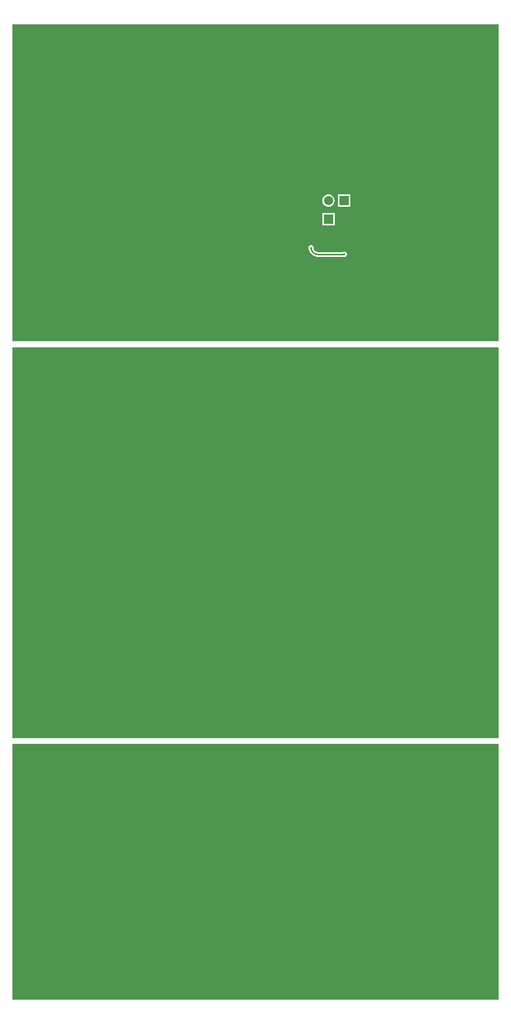
<source format=gbl>
G04*
G04 #@! TF.GenerationSoftware,Altium Limited,Altium Designer,20.0.9 (164)*
G04*
G04 Layer_Physical_Order=4*
G04 Layer_Color=16711680*
%FSLAX25Y25*%
%MOIN*%
G70*
G01*
G75*
%ADD13C,0.01000*%
%ADD38R,0.20000X0.09000*%
%ADD40R,0.09000X0.20000*%
%ADD43R,0.05906X0.05906*%
%ADD44C,0.05906*%
%ADD45C,0.00800*%
%ADD46C,0.01400*%
%ADD47C,0.01500*%
G36*
X314420Y541D02*
X541D01*
X541Y165354D01*
X314420D01*
X314420Y541D01*
D02*
G37*
G36*
X314420Y169291D02*
X541Y169291D01*
X541Y421260D01*
X314420Y421260D01*
X314420Y169291D01*
D02*
G37*
G36*
X314420Y425197D02*
X541D01*
X541Y629380D01*
X314420Y629380D01*
X314420Y425197D01*
D02*
G37*
%LPC*%
G36*
X218553Y519753D02*
X210647D01*
Y511847D01*
X218553D01*
Y519753D01*
D02*
G37*
G36*
X204600Y519787D02*
X203568Y519651D01*
X202607Y519253D01*
X201781Y518619D01*
X201147Y517793D01*
X200749Y516832D01*
X200613Y515800D01*
X200749Y514768D01*
X201147Y513807D01*
X201781Y512981D01*
X202607Y512347D01*
X203568Y511949D01*
X204600Y511813D01*
X205632Y511949D01*
X206593Y512347D01*
X207419Y512981D01*
X208053Y513807D01*
X208451Y514768D01*
X208587Y515800D01*
X208451Y516832D01*
X208053Y517793D01*
X207419Y518619D01*
X206593Y519253D01*
X205632Y519651D01*
X204600Y519787D01*
D02*
G37*
G36*
X208553Y507853D02*
X200647D01*
Y499947D01*
X208553D01*
Y507853D01*
D02*
G37*
G36*
X193400Y487033D02*
X192737Y486901D01*
X192174Y486526D01*
X191799Y485963D01*
X191667Y485300D01*
X191799Y484637D01*
X191972Y484377D01*
X192047Y483812D01*
X192621Y482425D01*
X193535Y481235D01*
X194725Y480321D01*
X196112Y479747D01*
X197600Y479551D01*
Y479571D01*
X214278D01*
X214800Y479467D01*
X215463Y479599D01*
X216026Y479974D01*
X216401Y480537D01*
X216533Y481200D01*
X216401Y481863D01*
X216026Y482426D01*
X215463Y482801D01*
X214800Y482933D01*
X214137Y482801D01*
X213879Y482629D01*
X197600D01*
X197593Y482628D01*
X196908Y482718D01*
X196264Y482985D01*
X195710Y483410D01*
X195285Y483964D01*
X195018Y484608D01*
X195009Y484676D01*
X195133Y485300D01*
X195001Y485963D01*
X194626Y486526D01*
X194063Y486901D01*
X193400Y487033D01*
D02*
G37*
%LPD*%
D13*
X214700Y481100D02*
G03*
X214800Y481200I0J100D01*
G01*
X193400Y485300D02*
G03*
X197600Y481100I4200J0D01*
G01*
X214700D01*
D38*
X304361Y460947D02*
D03*
Y495747D02*
D03*
X10600Y391416D02*
D03*
Y356616D02*
D03*
X304361D02*
D03*
Y391416D02*
D03*
X304361Y568616D02*
D03*
Y603416D02*
D03*
X10600Y603415D02*
D03*
Y568615D02*
D03*
X10600Y312676D02*
D03*
Y277876D02*
D03*
X304361Y199135D02*
D03*
Y233935D02*
D03*
X304361Y120395D02*
D03*
Y155195D02*
D03*
X304361Y61340D02*
D03*
Y96140D02*
D03*
X10600D02*
D03*
Y61340D02*
D03*
X304361Y277876D02*
D03*
Y312676D02*
D03*
X10600Y233935D02*
D03*
Y199135D02*
D03*
Y155195D02*
D03*
Y120395D02*
D03*
X10600Y495825D02*
D03*
Y461025D02*
D03*
D40*
X179450Y10600D02*
D03*
X214250D02*
D03*
X100710D02*
D03*
X135510D02*
D03*
D43*
X214600Y515800D02*
D03*
X204600Y503900D02*
D03*
D44*
Y515800D02*
D03*
X214600Y503900D02*
D03*
D45*
X312103Y481793D02*
D03*
X309303D02*
D03*
X306504Y481722D02*
D03*
X303722Y481404D02*
D03*
X300922D02*
D03*
X298122D02*
D03*
X295322D02*
D03*
X292522D02*
D03*
X289722D02*
D03*
X286922D02*
D03*
X284122D02*
D03*
X281322D02*
D03*
X278522D02*
D03*
X275722D02*
D03*
X272922D02*
D03*
X270122D02*
D03*
X267322D02*
D03*
X264522D02*
D03*
X266716Y475289D02*
D03*
X269516D02*
D03*
X272316D02*
D03*
X275116D02*
D03*
X277916D02*
D03*
X280716D02*
D03*
X283516D02*
D03*
X286316D02*
D03*
X289116D02*
D03*
X291916D02*
D03*
X294716D02*
D03*
X297516D02*
D03*
X300316D02*
D03*
X303116D02*
D03*
X305909Y475096D02*
D03*
X308702Y474899D02*
D03*
X311502D02*
D03*
X278553Y519288D02*
D03*
X276968Y516980D02*
D03*
X275952Y514371D02*
D03*
X275504Y511607D02*
D03*
X275442Y508808D02*
D03*
Y506007D02*
D03*
Y503207D02*
D03*
Y500408D02*
D03*
X275210Y497617D02*
D03*
X273958Y495113D02*
D03*
X271819Y493306D02*
D03*
X269140Y492491D02*
D03*
X266340Y492458D02*
D03*
X263557Y492150D02*
D03*
X263129Y483523D02*
D03*
X264407Y486015D02*
D03*
X267187Y486342D02*
D03*
X269985Y486465D02*
D03*
X272720Y487065D02*
D03*
X275245Y488274D02*
D03*
X277481Y489959D02*
D03*
X279286Y492100D02*
D03*
X280587Y494580D02*
D03*
X281350Y497273D02*
D03*
X281558Y500066D02*
D03*
Y502866D02*
D03*
Y505666D02*
D03*
Y508466D02*
D03*
X281564Y511266D02*
D03*
X282275Y513974D02*
D03*
X283850Y516289D02*
D03*
X283965Y519087D02*
D03*
X281712Y520748D02*
D03*
X253910Y515938D02*
D03*
X253471Y513173D02*
D03*
Y510373D02*
D03*
Y507573D02*
D03*
Y504773D02*
D03*
Y501973D02*
D03*
Y499173D02*
D03*
Y496373D02*
D03*
Y493573D02*
D03*
Y490773D02*
D03*
Y487973D02*
D03*
Y485173D02*
D03*
X259586Y490626D02*
D03*
Y493427D02*
D03*
Y496227D02*
D03*
Y499026D02*
D03*
Y501826D02*
D03*
Y504627D02*
D03*
Y507427D02*
D03*
Y510226D02*
D03*
Y513027D02*
D03*
X259230Y515804D02*
D03*
X256952Y517431D02*
D03*
X253371Y473338D02*
D03*
Y470538D02*
D03*
Y467738D02*
D03*
Y464938D02*
D03*
Y462138D02*
D03*
X253443Y459339D02*
D03*
X255026Y457030D02*
D03*
X257826Y457027D02*
D03*
X259413Y459334D02*
D03*
X259486Y462133D02*
D03*
Y464933D02*
D03*
Y467733D02*
D03*
Y470533D02*
D03*
D46*
X214800Y481200D02*
D03*
X193400Y485300D02*
D03*
X235200Y580200D02*
D03*
X243764Y582593D02*
D03*
X255164D02*
D03*
X266564D02*
D03*
X277964D02*
D03*
X289364D02*
D03*
X300764D02*
D03*
X309646Y589739D02*
D03*
X298250Y589438D02*
D03*
X286850D02*
D03*
X275450D02*
D03*
X264050D02*
D03*
X252650D02*
D03*
X241250D02*
D03*
X25419Y481848D02*
D03*
X14019D02*
D03*
X5137Y474702D02*
D03*
X16533Y475002D02*
D03*
X27933D02*
D03*
X122119Y377438D02*
D03*
X65119D02*
D03*
X181509Y370593D02*
D03*
X53719Y377438D02*
D03*
X110719D02*
D03*
X192909Y370593D02*
D03*
X10509D02*
D03*
X201919Y377438D02*
D03*
X133519D02*
D03*
X33309Y370593D02*
D03*
X144919Y377438D02*
D03*
X167719D02*
D03*
X78909Y370593D02*
D03*
X30919Y377438D02*
D03*
X179119D02*
D03*
X42319D02*
D03*
X170109Y370593D02*
D03*
X87919Y377438D02*
D03*
X156319D02*
D03*
X190519D02*
D03*
X113109Y370593D02*
D03*
X67509D02*
D03*
X44709D02*
D03*
X21909D02*
D03*
X213319Y377438D02*
D03*
X101709Y370593D02*
D03*
X90309D02*
D03*
X8123Y377736D02*
D03*
X19519Y377438D02*
D03*
X135909Y370593D02*
D03*
X99319Y377438D02*
D03*
X147309Y370593D02*
D03*
X204309D02*
D03*
X124509D02*
D03*
X56109D02*
D03*
X76519Y377438D02*
D03*
X158709Y370593D02*
D03*
X204326Y219958D02*
D03*
X192926D02*
D03*
X181526D02*
D03*
X170126D02*
D03*
X158726D02*
D03*
X147326D02*
D03*
X135926D02*
D03*
X124526D02*
D03*
X113126D02*
D03*
X101726D02*
D03*
X90326D02*
D03*
X78926D02*
D03*
X67526D02*
D03*
X56126D02*
D03*
X44726D02*
D03*
X33326D02*
D03*
X21926D02*
D03*
X10526D02*
D03*
X1644Y212812D02*
D03*
X13040Y213113D02*
D03*
X24440D02*
D03*
X35840D02*
D03*
X47240D02*
D03*
X58640D02*
D03*
X70040D02*
D03*
X81440D02*
D03*
X92840D02*
D03*
X104240D02*
D03*
X115640D02*
D03*
X127040D02*
D03*
X138440D02*
D03*
X149840D02*
D03*
X161240D02*
D03*
X172640D02*
D03*
X184040D02*
D03*
X195440D02*
D03*
X206840D02*
D03*
X204545Y298698D02*
D03*
X193145D02*
D03*
X181745D02*
D03*
X170345D02*
D03*
X158945D02*
D03*
X147545D02*
D03*
X136145D02*
D03*
X124745D02*
D03*
X113345D02*
D03*
X101945D02*
D03*
X90545D02*
D03*
X79145D02*
D03*
X67745D02*
D03*
X56345D02*
D03*
X44945D02*
D03*
X33545D02*
D03*
X22145D02*
D03*
X10745D02*
D03*
X1863Y291552D02*
D03*
X13259Y291853D02*
D03*
X24659D02*
D03*
X36059D02*
D03*
X47459D02*
D03*
X58859D02*
D03*
X70259D02*
D03*
X81659D02*
D03*
X93059D02*
D03*
X104459D02*
D03*
X115859D02*
D03*
X127259D02*
D03*
X138659D02*
D03*
X150059D02*
D03*
X161459D02*
D03*
X172859D02*
D03*
X184259D02*
D03*
X195659D02*
D03*
X207059D02*
D03*
X305552Y82089D02*
D03*
X294152D02*
D03*
X282752D02*
D03*
X271352D02*
D03*
X259952D02*
D03*
X248559Y81696D02*
D03*
X237383Y79445D02*
D03*
X226807Y75190D02*
D03*
X217228Y69010D02*
D03*
X208918Y61205D02*
D03*
X202199Y51995D02*
D03*
X197318Y41693D02*
D03*
X194371Y30681D02*
D03*
X193502Y19314D02*
D03*
X193127Y7920D02*
D03*
X200199Y9891D02*
D03*
X200190Y21291D02*
D03*
X201537Y32611D02*
D03*
X205212Y43403D02*
D03*
X211000Y53224D02*
D03*
X218715Y61617D02*
D03*
X227998Y68233D02*
D03*
X238431Y72829D02*
D03*
X249598Y75121D02*
D03*
X260995Y75392D02*
D03*
X272395D02*
D03*
X283795D02*
D03*
X295195D02*
D03*
X306591Y75092D02*
D03*
X9393Y75317D02*
D03*
X20793D02*
D03*
X32193D02*
D03*
X43593D02*
D03*
X54993D02*
D03*
X66385Y74888D02*
D03*
X77504Y72372D02*
D03*
X87855Y67596D02*
D03*
X96984Y60769D02*
D03*
X104535Y52227D02*
D03*
X110129Y42294D02*
D03*
X113545Y31418D02*
D03*
X114688Y20076D02*
D03*
X114463Y8678D02*
D03*
X121758Y8677D02*
D03*
X121533Y20075D02*
D03*
X120545Y31432D02*
D03*
X117484Y42413D02*
D03*
X112492Y52662D02*
D03*
X105645Y61777D02*
D03*
X97262Y69503D02*
D03*
X87616Y75579D02*
D03*
X76993Y79715D02*
D03*
X65799Y81873D02*
D03*
X54403Y82163D02*
D03*
X43003D02*
D03*
X31603D02*
D03*
X20203D02*
D03*
X8805Y82371D02*
D03*
X304321Y141355D02*
D03*
X292920D02*
D03*
X281521D02*
D03*
X270121D02*
D03*
X258720D02*
D03*
X247321D02*
D03*
X235921D02*
D03*
X224520D02*
D03*
X213121D02*
D03*
X201720D02*
D03*
X190321D02*
D03*
X178920D02*
D03*
X167520D02*
D03*
X156121D02*
D03*
X144720D02*
D03*
X133320D02*
D03*
X121921D02*
D03*
X110521D02*
D03*
X99120D02*
D03*
X87721D02*
D03*
X76320D02*
D03*
X64921D02*
D03*
X53521D02*
D03*
X42121D02*
D03*
X30720D02*
D03*
X19320D02*
D03*
X7922Y141519D02*
D03*
X9892Y134235D02*
D03*
X21292D02*
D03*
X32692D02*
D03*
X44092D02*
D03*
X55492D02*
D03*
X66892D02*
D03*
X78292D02*
D03*
X89692D02*
D03*
X101092D02*
D03*
X112492D02*
D03*
X123892D02*
D03*
X135292D02*
D03*
X146692D02*
D03*
X158092D02*
D03*
X169492D02*
D03*
X180892D02*
D03*
X192292D02*
D03*
X203692D02*
D03*
X215092D02*
D03*
X226492D02*
D03*
X237892D02*
D03*
X249292D02*
D03*
X260692D02*
D03*
X272092D02*
D03*
X283492D02*
D03*
X294892D02*
D03*
X306292Y134147D02*
D03*
D47*
X304361Y277876D02*
D03*
M02*

</source>
